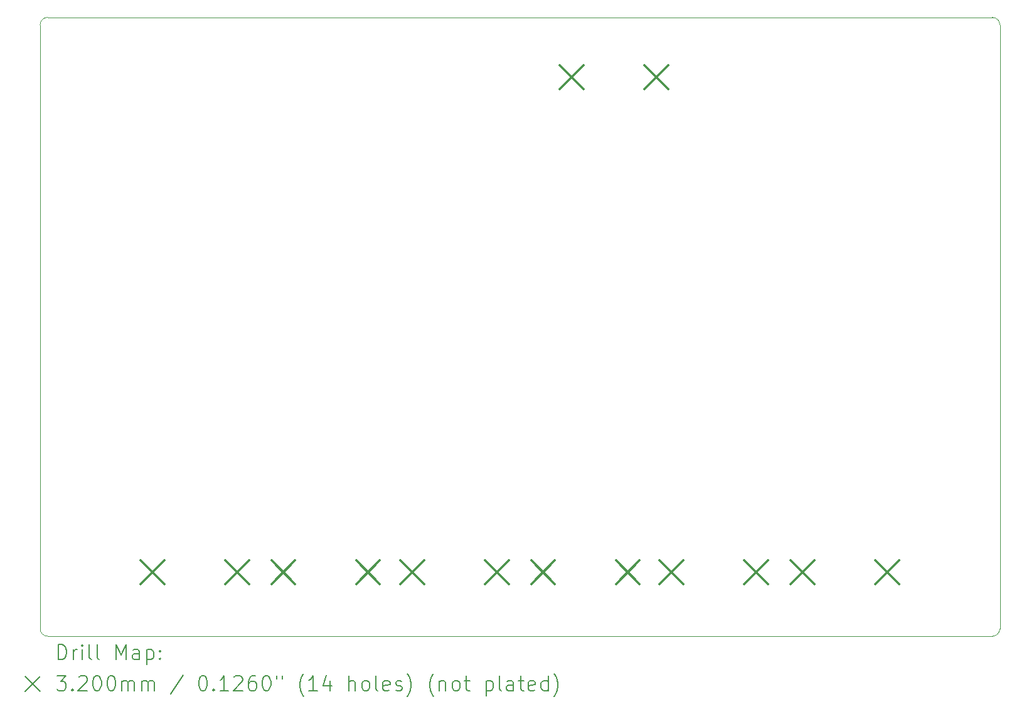
<source format=gbr>
%TF.GenerationSoftware,KiCad,Pcbnew,7.0.2-6a45011f42~172~ubuntu22.04.1*%
%TF.CreationDate,2023-05-13T08:30:57-06:00*%
%TF.ProjectId,colordance-brain,636f6c6f-7264-4616-9e63-652d62726169,rev?*%
%TF.SameCoordinates,Original*%
%TF.FileFunction,Drillmap*%
%TF.FilePolarity,Positive*%
%FSLAX45Y45*%
G04 Gerber Fmt 4.5, Leading zero omitted, Abs format (unit mm)*
G04 Created by KiCad (PCBNEW 7.0.2-6a45011f42~172~ubuntu22.04.1) date 2023-05-13 08:30:57*
%MOMM*%
%LPD*%
G01*
G04 APERTURE LIST*
%ADD10C,0.050000*%
%ADD11C,0.200000*%
%ADD12C,0.320000*%
G04 APERTURE END LIST*
D10*
X14450000Y-12900000D02*
X14450000Y-4750000D01*
X1500000Y-12900000D02*
G75*
G03*
X1600000Y-13000000I100000J0D01*
G01*
X1600000Y-13000000D02*
X14350000Y-13000000D01*
X14450000Y-4750000D02*
G75*
G03*
X14350000Y-4650000I-100000J0D01*
G01*
X14350000Y-13000000D02*
G75*
G03*
X14450000Y-12900000I0J100000D01*
G01*
X1500000Y-12900000D02*
X1500000Y-4750000D01*
X1600000Y-4650000D02*
G75*
G03*
X1500000Y-4750000I0J-100000D01*
G01*
X1600000Y-4650000D02*
X14350000Y-4650000D01*
D11*
D12*
X2853500Y-11978192D02*
X3173500Y-12298192D01*
X3173500Y-11978192D02*
X2853500Y-12298192D01*
X3996500Y-11978192D02*
X4316500Y-12298192D01*
X4316500Y-11978192D02*
X3996500Y-12298192D01*
X4621500Y-11978192D02*
X4941500Y-12298192D01*
X4941500Y-11978192D02*
X4621500Y-12298192D01*
X5764500Y-11978192D02*
X6084500Y-12298192D01*
X6084500Y-11978192D02*
X5764500Y-12298192D01*
X6358500Y-11979192D02*
X6678500Y-12299192D01*
X6678500Y-11979192D02*
X6358500Y-12299192D01*
X7501500Y-11979192D02*
X7821500Y-12299192D01*
X7821500Y-11979192D02*
X7501500Y-12299192D01*
X8126500Y-11979192D02*
X8446500Y-12299192D01*
X8446500Y-11979192D02*
X8126500Y-12299192D01*
X8514000Y-5295000D02*
X8834000Y-5615000D01*
X8834000Y-5295000D02*
X8514000Y-5615000D01*
X9269500Y-11979192D02*
X9589500Y-12299192D01*
X9589500Y-11979192D02*
X9269500Y-12299192D01*
X9657000Y-5295000D02*
X9977000Y-5615000D01*
X9977000Y-5295000D02*
X9657000Y-5615000D01*
X9859500Y-11978192D02*
X10179500Y-12298192D01*
X10179500Y-11978192D02*
X9859500Y-12298192D01*
X11002500Y-11978192D02*
X11322500Y-12298192D01*
X11322500Y-11978192D02*
X11002500Y-12298192D01*
X11627500Y-11978192D02*
X11947500Y-12298192D01*
X11947500Y-11978192D02*
X11627500Y-12298192D01*
X12770500Y-11978192D02*
X13090500Y-12298192D01*
X13090500Y-11978192D02*
X12770500Y-12298192D01*
D11*
X1745119Y-13315024D02*
X1745119Y-13115024D01*
X1745119Y-13115024D02*
X1792738Y-13115024D01*
X1792738Y-13115024D02*
X1821309Y-13124548D01*
X1821309Y-13124548D02*
X1840357Y-13143595D01*
X1840357Y-13143595D02*
X1849881Y-13162643D01*
X1849881Y-13162643D02*
X1859405Y-13200738D01*
X1859405Y-13200738D02*
X1859405Y-13229309D01*
X1859405Y-13229309D02*
X1849881Y-13267405D01*
X1849881Y-13267405D02*
X1840357Y-13286452D01*
X1840357Y-13286452D02*
X1821309Y-13305500D01*
X1821309Y-13305500D02*
X1792738Y-13315024D01*
X1792738Y-13315024D02*
X1745119Y-13315024D01*
X1945119Y-13315024D02*
X1945119Y-13181690D01*
X1945119Y-13219786D02*
X1954643Y-13200738D01*
X1954643Y-13200738D02*
X1964167Y-13191214D01*
X1964167Y-13191214D02*
X1983214Y-13181690D01*
X1983214Y-13181690D02*
X2002262Y-13181690D01*
X2068928Y-13315024D02*
X2068928Y-13181690D01*
X2068928Y-13115024D02*
X2059405Y-13124548D01*
X2059405Y-13124548D02*
X2068928Y-13134071D01*
X2068928Y-13134071D02*
X2078452Y-13124548D01*
X2078452Y-13124548D02*
X2068928Y-13115024D01*
X2068928Y-13115024D02*
X2068928Y-13134071D01*
X2192738Y-13315024D02*
X2173690Y-13305500D01*
X2173690Y-13305500D02*
X2164167Y-13286452D01*
X2164167Y-13286452D02*
X2164167Y-13115024D01*
X2297500Y-13315024D02*
X2278452Y-13305500D01*
X2278452Y-13305500D02*
X2268929Y-13286452D01*
X2268929Y-13286452D02*
X2268929Y-13115024D01*
X2526071Y-13315024D02*
X2526071Y-13115024D01*
X2526071Y-13115024D02*
X2592738Y-13257881D01*
X2592738Y-13257881D02*
X2659405Y-13115024D01*
X2659405Y-13115024D02*
X2659405Y-13315024D01*
X2840357Y-13315024D02*
X2840357Y-13210262D01*
X2840357Y-13210262D02*
X2830833Y-13191214D01*
X2830833Y-13191214D02*
X2811786Y-13181690D01*
X2811786Y-13181690D02*
X2773690Y-13181690D01*
X2773690Y-13181690D02*
X2754643Y-13191214D01*
X2840357Y-13305500D02*
X2821309Y-13315024D01*
X2821309Y-13315024D02*
X2773690Y-13315024D01*
X2773690Y-13315024D02*
X2754643Y-13305500D01*
X2754643Y-13305500D02*
X2745119Y-13286452D01*
X2745119Y-13286452D02*
X2745119Y-13267405D01*
X2745119Y-13267405D02*
X2754643Y-13248357D01*
X2754643Y-13248357D02*
X2773690Y-13238833D01*
X2773690Y-13238833D02*
X2821309Y-13238833D01*
X2821309Y-13238833D02*
X2840357Y-13229309D01*
X2935595Y-13181690D02*
X2935595Y-13381690D01*
X2935595Y-13191214D02*
X2954643Y-13181690D01*
X2954643Y-13181690D02*
X2992738Y-13181690D01*
X2992738Y-13181690D02*
X3011786Y-13191214D01*
X3011786Y-13191214D02*
X3021309Y-13200738D01*
X3021309Y-13200738D02*
X3030833Y-13219786D01*
X3030833Y-13219786D02*
X3030833Y-13276928D01*
X3030833Y-13276928D02*
X3021309Y-13295976D01*
X3021309Y-13295976D02*
X3011786Y-13305500D01*
X3011786Y-13305500D02*
X2992738Y-13315024D01*
X2992738Y-13315024D02*
X2954643Y-13315024D01*
X2954643Y-13315024D02*
X2935595Y-13305500D01*
X3116548Y-13295976D02*
X3126071Y-13305500D01*
X3126071Y-13305500D02*
X3116548Y-13315024D01*
X3116548Y-13315024D02*
X3107024Y-13305500D01*
X3107024Y-13305500D02*
X3116548Y-13295976D01*
X3116548Y-13295976D02*
X3116548Y-13315024D01*
X3116548Y-13191214D02*
X3126071Y-13200738D01*
X3126071Y-13200738D02*
X3116548Y-13210262D01*
X3116548Y-13210262D02*
X3107024Y-13200738D01*
X3107024Y-13200738D02*
X3116548Y-13191214D01*
X3116548Y-13191214D02*
X3116548Y-13210262D01*
X1297500Y-13542500D02*
X1497500Y-13742500D01*
X1497500Y-13542500D02*
X1297500Y-13742500D01*
X1726071Y-13535024D02*
X1849881Y-13535024D01*
X1849881Y-13535024D02*
X1783214Y-13611214D01*
X1783214Y-13611214D02*
X1811786Y-13611214D01*
X1811786Y-13611214D02*
X1830833Y-13620738D01*
X1830833Y-13620738D02*
X1840357Y-13630262D01*
X1840357Y-13630262D02*
X1849881Y-13649309D01*
X1849881Y-13649309D02*
X1849881Y-13696928D01*
X1849881Y-13696928D02*
X1840357Y-13715976D01*
X1840357Y-13715976D02*
X1830833Y-13725500D01*
X1830833Y-13725500D02*
X1811786Y-13735024D01*
X1811786Y-13735024D02*
X1754643Y-13735024D01*
X1754643Y-13735024D02*
X1735595Y-13725500D01*
X1735595Y-13725500D02*
X1726071Y-13715976D01*
X1935595Y-13715976D02*
X1945119Y-13725500D01*
X1945119Y-13725500D02*
X1935595Y-13735024D01*
X1935595Y-13735024D02*
X1926071Y-13725500D01*
X1926071Y-13725500D02*
X1935595Y-13715976D01*
X1935595Y-13715976D02*
X1935595Y-13735024D01*
X2021309Y-13554071D02*
X2030833Y-13544548D01*
X2030833Y-13544548D02*
X2049881Y-13535024D01*
X2049881Y-13535024D02*
X2097500Y-13535024D01*
X2097500Y-13535024D02*
X2116548Y-13544548D01*
X2116548Y-13544548D02*
X2126071Y-13554071D01*
X2126071Y-13554071D02*
X2135595Y-13573119D01*
X2135595Y-13573119D02*
X2135595Y-13592167D01*
X2135595Y-13592167D02*
X2126071Y-13620738D01*
X2126071Y-13620738D02*
X2011786Y-13735024D01*
X2011786Y-13735024D02*
X2135595Y-13735024D01*
X2259405Y-13535024D02*
X2278452Y-13535024D01*
X2278452Y-13535024D02*
X2297500Y-13544548D01*
X2297500Y-13544548D02*
X2307024Y-13554071D01*
X2307024Y-13554071D02*
X2316548Y-13573119D01*
X2316548Y-13573119D02*
X2326071Y-13611214D01*
X2326071Y-13611214D02*
X2326071Y-13658833D01*
X2326071Y-13658833D02*
X2316548Y-13696928D01*
X2316548Y-13696928D02*
X2307024Y-13715976D01*
X2307024Y-13715976D02*
X2297500Y-13725500D01*
X2297500Y-13725500D02*
X2278452Y-13735024D01*
X2278452Y-13735024D02*
X2259405Y-13735024D01*
X2259405Y-13735024D02*
X2240357Y-13725500D01*
X2240357Y-13725500D02*
X2230833Y-13715976D01*
X2230833Y-13715976D02*
X2221310Y-13696928D01*
X2221310Y-13696928D02*
X2211786Y-13658833D01*
X2211786Y-13658833D02*
X2211786Y-13611214D01*
X2211786Y-13611214D02*
X2221310Y-13573119D01*
X2221310Y-13573119D02*
X2230833Y-13554071D01*
X2230833Y-13554071D02*
X2240357Y-13544548D01*
X2240357Y-13544548D02*
X2259405Y-13535024D01*
X2449881Y-13535024D02*
X2468929Y-13535024D01*
X2468929Y-13535024D02*
X2487976Y-13544548D01*
X2487976Y-13544548D02*
X2497500Y-13554071D01*
X2497500Y-13554071D02*
X2507024Y-13573119D01*
X2507024Y-13573119D02*
X2516548Y-13611214D01*
X2516548Y-13611214D02*
X2516548Y-13658833D01*
X2516548Y-13658833D02*
X2507024Y-13696928D01*
X2507024Y-13696928D02*
X2497500Y-13715976D01*
X2497500Y-13715976D02*
X2487976Y-13725500D01*
X2487976Y-13725500D02*
X2468929Y-13735024D01*
X2468929Y-13735024D02*
X2449881Y-13735024D01*
X2449881Y-13735024D02*
X2430833Y-13725500D01*
X2430833Y-13725500D02*
X2421310Y-13715976D01*
X2421310Y-13715976D02*
X2411786Y-13696928D01*
X2411786Y-13696928D02*
X2402262Y-13658833D01*
X2402262Y-13658833D02*
X2402262Y-13611214D01*
X2402262Y-13611214D02*
X2411786Y-13573119D01*
X2411786Y-13573119D02*
X2421310Y-13554071D01*
X2421310Y-13554071D02*
X2430833Y-13544548D01*
X2430833Y-13544548D02*
X2449881Y-13535024D01*
X2602262Y-13735024D02*
X2602262Y-13601690D01*
X2602262Y-13620738D02*
X2611786Y-13611214D01*
X2611786Y-13611214D02*
X2630833Y-13601690D01*
X2630833Y-13601690D02*
X2659405Y-13601690D01*
X2659405Y-13601690D02*
X2678452Y-13611214D01*
X2678452Y-13611214D02*
X2687976Y-13630262D01*
X2687976Y-13630262D02*
X2687976Y-13735024D01*
X2687976Y-13630262D02*
X2697500Y-13611214D01*
X2697500Y-13611214D02*
X2716548Y-13601690D01*
X2716548Y-13601690D02*
X2745119Y-13601690D01*
X2745119Y-13601690D02*
X2764167Y-13611214D01*
X2764167Y-13611214D02*
X2773691Y-13630262D01*
X2773691Y-13630262D02*
X2773691Y-13735024D01*
X2868929Y-13735024D02*
X2868929Y-13601690D01*
X2868929Y-13620738D02*
X2878452Y-13611214D01*
X2878452Y-13611214D02*
X2897500Y-13601690D01*
X2897500Y-13601690D02*
X2926071Y-13601690D01*
X2926071Y-13601690D02*
X2945119Y-13611214D01*
X2945119Y-13611214D02*
X2954643Y-13630262D01*
X2954643Y-13630262D02*
X2954643Y-13735024D01*
X2954643Y-13630262D02*
X2964167Y-13611214D01*
X2964167Y-13611214D02*
X2983214Y-13601690D01*
X2983214Y-13601690D02*
X3011786Y-13601690D01*
X3011786Y-13601690D02*
X3030833Y-13611214D01*
X3030833Y-13611214D02*
X3040357Y-13630262D01*
X3040357Y-13630262D02*
X3040357Y-13735024D01*
X3430833Y-13525500D02*
X3259405Y-13782643D01*
X3687976Y-13535024D02*
X3707024Y-13535024D01*
X3707024Y-13535024D02*
X3726072Y-13544548D01*
X3726072Y-13544548D02*
X3735595Y-13554071D01*
X3735595Y-13554071D02*
X3745119Y-13573119D01*
X3745119Y-13573119D02*
X3754643Y-13611214D01*
X3754643Y-13611214D02*
X3754643Y-13658833D01*
X3754643Y-13658833D02*
X3745119Y-13696928D01*
X3745119Y-13696928D02*
X3735595Y-13715976D01*
X3735595Y-13715976D02*
X3726072Y-13725500D01*
X3726072Y-13725500D02*
X3707024Y-13735024D01*
X3707024Y-13735024D02*
X3687976Y-13735024D01*
X3687976Y-13735024D02*
X3668929Y-13725500D01*
X3668929Y-13725500D02*
X3659405Y-13715976D01*
X3659405Y-13715976D02*
X3649881Y-13696928D01*
X3649881Y-13696928D02*
X3640357Y-13658833D01*
X3640357Y-13658833D02*
X3640357Y-13611214D01*
X3640357Y-13611214D02*
X3649881Y-13573119D01*
X3649881Y-13573119D02*
X3659405Y-13554071D01*
X3659405Y-13554071D02*
X3668929Y-13544548D01*
X3668929Y-13544548D02*
X3687976Y-13535024D01*
X3840357Y-13715976D02*
X3849881Y-13725500D01*
X3849881Y-13725500D02*
X3840357Y-13735024D01*
X3840357Y-13735024D02*
X3830833Y-13725500D01*
X3830833Y-13725500D02*
X3840357Y-13715976D01*
X3840357Y-13715976D02*
X3840357Y-13735024D01*
X4040357Y-13735024D02*
X3926072Y-13735024D01*
X3983214Y-13735024D02*
X3983214Y-13535024D01*
X3983214Y-13535024D02*
X3964167Y-13563595D01*
X3964167Y-13563595D02*
X3945119Y-13582643D01*
X3945119Y-13582643D02*
X3926072Y-13592167D01*
X4116548Y-13554071D02*
X4126072Y-13544548D01*
X4126072Y-13544548D02*
X4145119Y-13535024D01*
X4145119Y-13535024D02*
X4192738Y-13535024D01*
X4192738Y-13535024D02*
X4211786Y-13544548D01*
X4211786Y-13544548D02*
X4221310Y-13554071D01*
X4221310Y-13554071D02*
X4230834Y-13573119D01*
X4230834Y-13573119D02*
X4230834Y-13592167D01*
X4230834Y-13592167D02*
X4221310Y-13620738D01*
X4221310Y-13620738D02*
X4107024Y-13735024D01*
X4107024Y-13735024D02*
X4230834Y-13735024D01*
X4402262Y-13535024D02*
X4364167Y-13535024D01*
X4364167Y-13535024D02*
X4345119Y-13544548D01*
X4345119Y-13544548D02*
X4335595Y-13554071D01*
X4335595Y-13554071D02*
X4316548Y-13582643D01*
X4316548Y-13582643D02*
X4307024Y-13620738D01*
X4307024Y-13620738D02*
X4307024Y-13696928D01*
X4307024Y-13696928D02*
X4316548Y-13715976D01*
X4316548Y-13715976D02*
X4326072Y-13725500D01*
X4326072Y-13725500D02*
X4345119Y-13735024D01*
X4345119Y-13735024D02*
X4383215Y-13735024D01*
X4383215Y-13735024D02*
X4402262Y-13725500D01*
X4402262Y-13725500D02*
X4411786Y-13715976D01*
X4411786Y-13715976D02*
X4421310Y-13696928D01*
X4421310Y-13696928D02*
X4421310Y-13649309D01*
X4421310Y-13649309D02*
X4411786Y-13630262D01*
X4411786Y-13630262D02*
X4402262Y-13620738D01*
X4402262Y-13620738D02*
X4383215Y-13611214D01*
X4383215Y-13611214D02*
X4345119Y-13611214D01*
X4345119Y-13611214D02*
X4326072Y-13620738D01*
X4326072Y-13620738D02*
X4316548Y-13630262D01*
X4316548Y-13630262D02*
X4307024Y-13649309D01*
X4545119Y-13535024D02*
X4564167Y-13535024D01*
X4564167Y-13535024D02*
X4583215Y-13544548D01*
X4583215Y-13544548D02*
X4592738Y-13554071D01*
X4592738Y-13554071D02*
X4602262Y-13573119D01*
X4602262Y-13573119D02*
X4611786Y-13611214D01*
X4611786Y-13611214D02*
X4611786Y-13658833D01*
X4611786Y-13658833D02*
X4602262Y-13696928D01*
X4602262Y-13696928D02*
X4592738Y-13715976D01*
X4592738Y-13715976D02*
X4583215Y-13725500D01*
X4583215Y-13725500D02*
X4564167Y-13735024D01*
X4564167Y-13735024D02*
X4545119Y-13735024D01*
X4545119Y-13735024D02*
X4526072Y-13725500D01*
X4526072Y-13725500D02*
X4516548Y-13715976D01*
X4516548Y-13715976D02*
X4507024Y-13696928D01*
X4507024Y-13696928D02*
X4497500Y-13658833D01*
X4497500Y-13658833D02*
X4497500Y-13611214D01*
X4497500Y-13611214D02*
X4507024Y-13573119D01*
X4507024Y-13573119D02*
X4516548Y-13554071D01*
X4516548Y-13554071D02*
X4526072Y-13544548D01*
X4526072Y-13544548D02*
X4545119Y-13535024D01*
X4687976Y-13535024D02*
X4687976Y-13573119D01*
X4764167Y-13535024D02*
X4764167Y-13573119D01*
X5059405Y-13811214D02*
X5049881Y-13801690D01*
X5049881Y-13801690D02*
X5030834Y-13773119D01*
X5030834Y-13773119D02*
X5021310Y-13754071D01*
X5021310Y-13754071D02*
X5011786Y-13725500D01*
X5011786Y-13725500D02*
X5002262Y-13677881D01*
X5002262Y-13677881D02*
X5002262Y-13639786D01*
X5002262Y-13639786D02*
X5011786Y-13592167D01*
X5011786Y-13592167D02*
X5021310Y-13563595D01*
X5021310Y-13563595D02*
X5030834Y-13544548D01*
X5030834Y-13544548D02*
X5049881Y-13515976D01*
X5049881Y-13515976D02*
X5059405Y-13506452D01*
X5240357Y-13735024D02*
X5126072Y-13735024D01*
X5183215Y-13735024D02*
X5183215Y-13535024D01*
X5183215Y-13535024D02*
X5164167Y-13563595D01*
X5164167Y-13563595D02*
X5145119Y-13582643D01*
X5145119Y-13582643D02*
X5126072Y-13592167D01*
X5411786Y-13601690D02*
X5411786Y-13735024D01*
X5364167Y-13525500D02*
X5316548Y-13668357D01*
X5316548Y-13668357D02*
X5440357Y-13668357D01*
X5668929Y-13735024D02*
X5668929Y-13535024D01*
X5754643Y-13735024D02*
X5754643Y-13630262D01*
X5754643Y-13630262D02*
X5745119Y-13611214D01*
X5745119Y-13611214D02*
X5726072Y-13601690D01*
X5726072Y-13601690D02*
X5697500Y-13601690D01*
X5697500Y-13601690D02*
X5678453Y-13611214D01*
X5678453Y-13611214D02*
X5668929Y-13620738D01*
X5878453Y-13735024D02*
X5859405Y-13725500D01*
X5859405Y-13725500D02*
X5849881Y-13715976D01*
X5849881Y-13715976D02*
X5840357Y-13696928D01*
X5840357Y-13696928D02*
X5840357Y-13639786D01*
X5840357Y-13639786D02*
X5849881Y-13620738D01*
X5849881Y-13620738D02*
X5859405Y-13611214D01*
X5859405Y-13611214D02*
X5878453Y-13601690D01*
X5878453Y-13601690D02*
X5907024Y-13601690D01*
X5907024Y-13601690D02*
X5926072Y-13611214D01*
X5926072Y-13611214D02*
X5935596Y-13620738D01*
X5935596Y-13620738D02*
X5945119Y-13639786D01*
X5945119Y-13639786D02*
X5945119Y-13696928D01*
X5945119Y-13696928D02*
X5935596Y-13715976D01*
X5935596Y-13715976D02*
X5926072Y-13725500D01*
X5926072Y-13725500D02*
X5907024Y-13735024D01*
X5907024Y-13735024D02*
X5878453Y-13735024D01*
X6059405Y-13735024D02*
X6040357Y-13725500D01*
X6040357Y-13725500D02*
X6030834Y-13706452D01*
X6030834Y-13706452D02*
X6030834Y-13535024D01*
X6211786Y-13725500D02*
X6192738Y-13735024D01*
X6192738Y-13735024D02*
X6154643Y-13735024D01*
X6154643Y-13735024D02*
X6135596Y-13725500D01*
X6135596Y-13725500D02*
X6126072Y-13706452D01*
X6126072Y-13706452D02*
X6126072Y-13630262D01*
X6126072Y-13630262D02*
X6135596Y-13611214D01*
X6135596Y-13611214D02*
X6154643Y-13601690D01*
X6154643Y-13601690D02*
X6192738Y-13601690D01*
X6192738Y-13601690D02*
X6211786Y-13611214D01*
X6211786Y-13611214D02*
X6221310Y-13630262D01*
X6221310Y-13630262D02*
X6221310Y-13649309D01*
X6221310Y-13649309D02*
X6126072Y-13668357D01*
X6297500Y-13725500D02*
X6316548Y-13735024D01*
X6316548Y-13735024D02*
X6354643Y-13735024D01*
X6354643Y-13735024D02*
X6373691Y-13725500D01*
X6373691Y-13725500D02*
X6383215Y-13706452D01*
X6383215Y-13706452D02*
X6383215Y-13696928D01*
X6383215Y-13696928D02*
X6373691Y-13677881D01*
X6373691Y-13677881D02*
X6354643Y-13668357D01*
X6354643Y-13668357D02*
X6326072Y-13668357D01*
X6326072Y-13668357D02*
X6307024Y-13658833D01*
X6307024Y-13658833D02*
X6297500Y-13639786D01*
X6297500Y-13639786D02*
X6297500Y-13630262D01*
X6297500Y-13630262D02*
X6307024Y-13611214D01*
X6307024Y-13611214D02*
X6326072Y-13601690D01*
X6326072Y-13601690D02*
X6354643Y-13601690D01*
X6354643Y-13601690D02*
X6373691Y-13611214D01*
X6449881Y-13811214D02*
X6459405Y-13801690D01*
X6459405Y-13801690D02*
X6478453Y-13773119D01*
X6478453Y-13773119D02*
X6487977Y-13754071D01*
X6487977Y-13754071D02*
X6497500Y-13725500D01*
X6497500Y-13725500D02*
X6507024Y-13677881D01*
X6507024Y-13677881D02*
X6507024Y-13639786D01*
X6507024Y-13639786D02*
X6497500Y-13592167D01*
X6497500Y-13592167D02*
X6487977Y-13563595D01*
X6487977Y-13563595D02*
X6478453Y-13544548D01*
X6478453Y-13544548D02*
X6459405Y-13515976D01*
X6459405Y-13515976D02*
X6449881Y-13506452D01*
X6811786Y-13811214D02*
X6802262Y-13801690D01*
X6802262Y-13801690D02*
X6783215Y-13773119D01*
X6783215Y-13773119D02*
X6773691Y-13754071D01*
X6773691Y-13754071D02*
X6764167Y-13725500D01*
X6764167Y-13725500D02*
X6754643Y-13677881D01*
X6754643Y-13677881D02*
X6754643Y-13639786D01*
X6754643Y-13639786D02*
X6764167Y-13592167D01*
X6764167Y-13592167D02*
X6773691Y-13563595D01*
X6773691Y-13563595D02*
X6783215Y-13544548D01*
X6783215Y-13544548D02*
X6802262Y-13515976D01*
X6802262Y-13515976D02*
X6811786Y-13506452D01*
X6887977Y-13601690D02*
X6887977Y-13735024D01*
X6887977Y-13620738D02*
X6897500Y-13611214D01*
X6897500Y-13611214D02*
X6916548Y-13601690D01*
X6916548Y-13601690D02*
X6945119Y-13601690D01*
X6945119Y-13601690D02*
X6964167Y-13611214D01*
X6964167Y-13611214D02*
X6973691Y-13630262D01*
X6973691Y-13630262D02*
X6973691Y-13735024D01*
X7097500Y-13735024D02*
X7078453Y-13725500D01*
X7078453Y-13725500D02*
X7068929Y-13715976D01*
X7068929Y-13715976D02*
X7059405Y-13696928D01*
X7059405Y-13696928D02*
X7059405Y-13639786D01*
X7059405Y-13639786D02*
X7068929Y-13620738D01*
X7068929Y-13620738D02*
X7078453Y-13611214D01*
X7078453Y-13611214D02*
X7097500Y-13601690D01*
X7097500Y-13601690D02*
X7126072Y-13601690D01*
X7126072Y-13601690D02*
X7145119Y-13611214D01*
X7145119Y-13611214D02*
X7154643Y-13620738D01*
X7154643Y-13620738D02*
X7164167Y-13639786D01*
X7164167Y-13639786D02*
X7164167Y-13696928D01*
X7164167Y-13696928D02*
X7154643Y-13715976D01*
X7154643Y-13715976D02*
X7145119Y-13725500D01*
X7145119Y-13725500D02*
X7126072Y-13735024D01*
X7126072Y-13735024D02*
X7097500Y-13735024D01*
X7221310Y-13601690D02*
X7297500Y-13601690D01*
X7249881Y-13535024D02*
X7249881Y-13706452D01*
X7249881Y-13706452D02*
X7259405Y-13725500D01*
X7259405Y-13725500D02*
X7278453Y-13735024D01*
X7278453Y-13735024D02*
X7297500Y-13735024D01*
X7516548Y-13601690D02*
X7516548Y-13801690D01*
X7516548Y-13611214D02*
X7535596Y-13601690D01*
X7535596Y-13601690D02*
X7573691Y-13601690D01*
X7573691Y-13601690D02*
X7592739Y-13611214D01*
X7592739Y-13611214D02*
X7602262Y-13620738D01*
X7602262Y-13620738D02*
X7611786Y-13639786D01*
X7611786Y-13639786D02*
X7611786Y-13696928D01*
X7611786Y-13696928D02*
X7602262Y-13715976D01*
X7602262Y-13715976D02*
X7592739Y-13725500D01*
X7592739Y-13725500D02*
X7573691Y-13735024D01*
X7573691Y-13735024D02*
X7535596Y-13735024D01*
X7535596Y-13735024D02*
X7516548Y-13725500D01*
X7726072Y-13735024D02*
X7707024Y-13725500D01*
X7707024Y-13725500D02*
X7697500Y-13706452D01*
X7697500Y-13706452D02*
X7697500Y-13535024D01*
X7887977Y-13735024D02*
X7887977Y-13630262D01*
X7887977Y-13630262D02*
X7878453Y-13611214D01*
X7878453Y-13611214D02*
X7859405Y-13601690D01*
X7859405Y-13601690D02*
X7821310Y-13601690D01*
X7821310Y-13601690D02*
X7802262Y-13611214D01*
X7887977Y-13725500D02*
X7868929Y-13735024D01*
X7868929Y-13735024D02*
X7821310Y-13735024D01*
X7821310Y-13735024D02*
X7802262Y-13725500D01*
X7802262Y-13725500D02*
X7792739Y-13706452D01*
X7792739Y-13706452D02*
X7792739Y-13687405D01*
X7792739Y-13687405D02*
X7802262Y-13668357D01*
X7802262Y-13668357D02*
X7821310Y-13658833D01*
X7821310Y-13658833D02*
X7868929Y-13658833D01*
X7868929Y-13658833D02*
X7887977Y-13649309D01*
X7954643Y-13601690D02*
X8030834Y-13601690D01*
X7983215Y-13535024D02*
X7983215Y-13706452D01*
X7983215Y-13706452D02*
X7992739Y-13725500D01*
X7992739Y-13725500D02*
X8011786Y-13735024D01*
X8011786Y-13735024D02*
X8030834Y-13735024D01*
X8173691Y-13725500D02*
X8154643Y-13735024D01*
X8154643Y-13735024D02*
X8116548Y-13735024D01*
X8116548Y-13735024D02*
X8097500Y-13725500D01*
X8097500Y-13725500D02*
X8087977Y-13706452D01*
X8087977Y-13706452D02*
X8087977Y-13630262D01*
X8087977Y-13630262D02*
X8097500Y-13611214D01*
X8097500Y-13611214D02*
X8116548Y-13601690D01*
X8116548Y-13601690D02*
X8154643Y-13601690D01*
X8154643Y-13601690D02*
X8173691Y-13611214D01*
X8173691Y-13611214D02*
X8183215Y-13630262D01*
X8183215Y-13630262D02*
X8183215Y-13649309D01*
X8183215Y-13649309D02*
X8087977Y-13668357D01*
X8354643Y-13735024D02*
X8354643Y-13535024D01*
X8354643Y-13725500D02*
X8335596Y-13735024D01*
X8335596Y-13735024D02*
X8297500Y-13735024D01*
X8297500Y-13735024D02*
X8278453Y-13725500D01*
X8278453Y-13725500D02*
X8268929Y-13715976D01*
X8268929Y-13715976D02*
X8259405Y-13696928D01*
X8259405Y-13696928D02*
X8259405Y-13639786D01*
X8259405Y-13639786D02*
X8268929Y-13620738D01*
X8268929Y-13620738D02*
X8278453Y-13611214D01*
X8278453Y-13611214D02*
X8297500Y-13601690D01*
X8297500Y-13601690D02*
X8335596Y-13601690D01*
X8335596Y-13601690D02*
X8354643Y-13611214D01*
X8430834Y-13811214D02*
X8440358Y-13801690D01*
X8440358Y-13801690D02*
X8459405Y-13773119D01*
X8459405Y-13773119D02*
X8468929Y-13754071D01*
X8468929Y-13754071D02*
X8478453Y-13725500D01*
X8478453Y-13725500D02*
X8487977Y-13677881D01*
X8487977Y-13677881D02*
X8487977Y-13639786D01*
X8487977Y-13639786D02*
X8478453Y-13592167D01*
X8478453Y-13592167D02*
X8468929Y-13563595D01*
X8468929Y-13563595D02*
X8459405Y-13544548D01*
X8459405Y-13544548D02*
X8440358Y-13515976D01*
X8440358Y-13515976D02*
X8430834Y-13506452D01*
M02*

</source>
